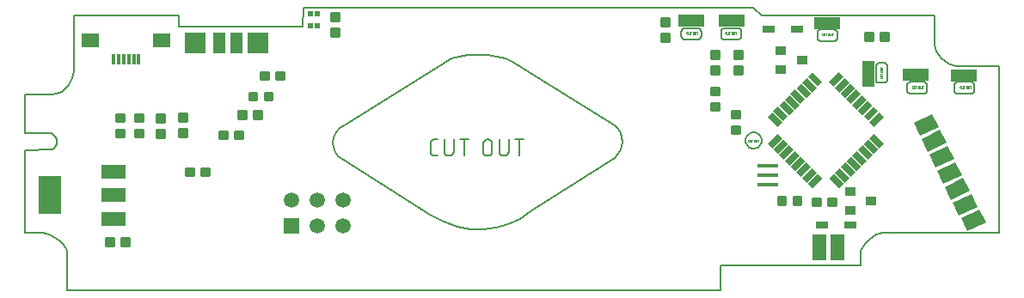
<source format=gts>
G04 EAGLE Gerber RS-274X export*
G75*
%MOMM*%
%FSLAX34Y34*%
%LPD*%
%INSolder Mask top*%
%IPPOS*%
%AMOC8*
5,1,8,0,0,1.08239X$1,22.5*%
G01*
%ADD10C,0.152400*%
%ADD11C,0.127000*%
%ADD12C,0.203200*%
%ADD13C,0.000000*%
%ADD14C,0.326897*%
%ADD15R,2.336800X1.320800*%
%ADD16R,2.301600X3.701600*%
%ADD17R,1.001600X0.901600*%
%ADD18R,2.514600X1.244600*%
%ADD19R,1.473200X2.641600*%
%ADD20R,1.244600X2.514600*%
%ADD21R,1.411600X2.031600*%
%ADD22R,1.151600X2.051600*%
%ADD23R,2.051600X2.051600*%
%ADD24R,1.371600X0.660400*%
%ADD25R,0.660400X1.371600*%
%ADD26R,2.133600X0.401600*%
%ADD27R,1.151600X0.701600*%
%ADD28R,1.498600X1.498600*%
%ADD29C,1.498600*%
%ADD30R,1.751600X1.401600*%
%ADD31R,0.401600X1.101600*%
%ADD32R,0.501600X0.601600*%


D10*
X937546Y229161D02*
X938245Y229175D01*
X979417Y229147D01*
X979417Y64431D01*
X864625Y64431D01*
X862110Y64004D01*
X858911Y62769D01*
X855342Y60789D01*
X851718Y58131D01*
X848352Y54860D01*
X845559Y51042D01*
X843653Y46742D01*
X842947Y42026D01*
X842947Y32137D01*
X705259Y32137D01*
X705259Y8048D01*
X62246Y8048D01*
X62246Y44093D01*
X61661Y47028D01*
X60017Y50299D01*
X57479Y53683D01*
X54211Y56954D01*
X50380Y59889D01*
X46151Y62263D01*
X41688Y63852D01*
X37157Y64431D01*
X20582Y64431D01*
X20582Y146244D01*
X46461Y146444D01*
X48726Y147667D01*
X50340Y149584D01*
X51304Y151962D01*
X51620Y154567D01*
X51292Y157166D01*
X50321Y159525D01*
X48710Y161410D01*
X46461Y162589D01*
X20582Y162627D01*
D11*
X20582Y200900D01*
D10*
X46461Y200900D01*
X51954Y201629D01*
X56614Y203653D01*
X60472Y206724D01*
X63559Y210596D01*
X65906Y215020D01*
X67544Y219752D01*
X68505Y224543D01*
X68818Y229147D01*
X68818Y278772D01*
D12*
X171616Y278772D01*
D10*
X171616Y267473D01*
X294142Y267557D01*
X294805Y286363D01*
X737652Y286663D01*
X745760Y278772D01*
X916056Y278772D01*
X916116Y250125D01*
X916704Y247043D01*
X918137Y243643D01*
X920291Y240151D01*
X923042Y236790D01*
X926267Y233785D01*
X929842Y231363D01*
X933643Y229746D01*
X937546Y229161D01*
X739426Y163325D02*
X737814Y163488D01*
X739426Y163325D02*
X740928Y162859D01*
X742287Y162122D01*
X743471Y161145D01*
X744448Y159961D01*
X745185Y158602D01*
X745651Y157100D01*
X745814Y155488D01*
X745651Y153876D01*
X745185Y152374D01*
X744448Y151015D01*
X743471Y149831D01*
X742287Y148854D01*
X740928Y148117D01*
X739426Y147651D01*
X737814Y147488D01*
X736202Y147651D01*
X734700Y148117D01*
X733341Y148854D01*
X732157Y149831D01*
X731180Y151015D01*
X730443Y152374D01*
X729977Y153876D01*
X729814Y155488D01*
X729977Y157100D01*
X730443Y158602D01*
X731180Y159961D01*
X732157Y161145D01*
X733341Y162122D01*
X734700Y162859D01*
X736202Y163325D01*
X737814Y163488D01*
X858183Y215721D02*
X858183Y228616D01*
X858251Y229284D01*
X858445Y229906D01*
X858752Y230471D01*
X859159Y230963D01*
X859651Y231370D01*
X860216Y231677D01*
X860838Y231871D01*
X861506Y231939D01*
X866291Y231939D01*
X866959Y231871D01*
X867582Y231677D01*
X868146Y231370D01*
X868639Y230963D01*
X869046Y230471D01*
X869353Y229906D01*
X869547Y229284D01*
X869615Y228616D01*
X869615Y215721D01*
X869547Y215054D01*
X869353Y214431D01*
X869046Y213867D01*
X868639Y213375D01*
X868146Y212968D01*
X867582Y212661D01*
X866959Y212467D01*
X866291Y212399D01*
X861506Y212399D01*
X860838Y212467D01*
X860216Y212661D01*
X859651Y212968D01*
X859159Y213375D01*
X858752Y213867D01*
X858445Y214431D01*
X858251Y215054D01*
X858183Y215721D01*
X892465Y213299D02*
X905359Y213299D01*
X906027Y213231D01*
X906649Y213037D01*
X907214Y212729D01*
X907706Y212323D01*
X908113Y211830D01*
X908420Y211266D01*
X908614Y210643D01*
X908682Y209976D01*
X908682Y205190D01*
X908614Y204522D01*
X908420Y203899D01*
X908113Y203335D01*
X907706Y202842D01*
X907214Y202435D01*
X906649Y202128D01*
X906027Y201934D01*
X905359Y201866D01*
X892465Y201866D01*
X891797Y201934D01*
X891175Y202128D01*
X890610Y202435D01*
X890118Y202842D01*
X889711Y203335D01*
X889404Y203899D01*
X889210Y204522D01*
X889142Y205190D01*
X889142Y209976D01*
X889210Y210643D01*
X889404Y211266D01*
X889711Y211830D01*
X890118Y212323D01*
X890610Y212729D01*
X891175Y213037D01*
X891797Y213231D01*
X892465Y213299D01*
X939007Y213299D02*
X951902Y213299D01*
X952569Y213231D01*
X953192Y213037D01*
X953756Y212729D01*
X954248Y212323D01*
X954655Y211830D01*
X954962Y211266D01*
X955156Y210643D01*
X955224Y209976D01*
X955224Y205190D01*
X955156Y204522D01*
X954962Y203899D01*
X954655Y203335D01*
X954248Y202842D01*
X953756Y202435D01*
X953192Y202128D01*
X952569Y201934D01*
X951902Y201866D01*
X939007Y201866D01*
X938339Y201934D01*
X937717Y202128D01*
X937152Y202435D01*
X936660Y202842D01*
X936253Y203335D01*
X935946Y203899D01*
X935752Y204522D01*
X935684Y205190D01*
X935684Y209976D01*
X935752Y210643D01*
X935946Y211266D01*
X936253Y211830D01*
X936660Y212323D01*
X937152Y212729D01*
X937717Y213037D01*
X938339Y213231D01*
X939007Y213299D01*
X817045Y265110D02*
X804150Y265110D01*
X817045Y265110D02*
X817713Y265042D01*
X818335Y264848D01*
X818900Y264541D01*
X819392Y264134D01*
X819799Y263642D01*
X820106Y263077D01*
X820300Y262455D01*
X820368Y261787D01*
X820368Y257001D01*
X820300Y256333D01*
X820106Y255711D01*
X819799Y255146D01*
X819392Y254654D01*
X818900Y254247D01*
X818335Y253940D01*
X817713Y253746D01*
X817045Y253678D01*
X804150Y253678D01*
X803483Y253746D01*
X802860Y253940D01*
X802296Y254247D01*
X801804Y254654D01*
X801397Y255146D01*
X801090Y255711D01*
X800896Y256333D01*
X800828Y257001D01*
X800828Y261787D01*
X800896Y262455D01*
X801090Y263077D01*
X801397Y263642D01*
X801804Y264134D01*
X802296Y264541D01*
X802860Y264848D01*
X803483Y265042D01*
X804150Y265110D01*
X722181Y266419D02*
X709286Y266419D01*
X722181Y266419D02*
X722849Y266351D01*
X723471Y266157D01*
X724036Y265850D01*
X724528Y265443D01*
X724935Y264951D01*
X725242Y264386D01*
X725436Y263764D01*
X725504Y263096D01*
X725504Y258310D01*
X725436Y257642D01*
X725242Y257019D01*
X724935Y256455D01*
X724528Y255962D01*
X724036Y255555D01*
X723471Y255248D01*
X722849Y255054D01*
X722181Y254986D01*
X709286Y254986D01*
X708619Y255054D01*
X707996Y255248D01*
X707432Y255555D01*
X706940Y255962D01*
X706533Y256455D01*
X706226Y257019D01*
X706032Y257642D01*
X705964Y258310D01*
X705964Y263096D01*
X706032Y263764D01*
X706226Y264386D01*
X706533Y264951D01*
X706940Y265443D01*
X707432Y265850D01*
X707996Y266157D01*
X708619Y266351D01*
X709286Y266419D01*
X682994Y266419D02*
X670100Y266419D01*
X682994Y266419D02*
X683662Y266351D01*
X684284Y266157D01*
X684849Y265850D01*
X685341Y265443D01*
X685748Y264951D01*
X686055Y264386D01*
X686249Y263764D01*
X686317Y263096D01*
X686317Y258310D01*
X686249Y257642D01*
X686055Y257019D01*
X685748Y256455D01*
X685341Y255962D01*
X684849Y255555D01*
X684284Y255248D01*
X683662Y255054D01*
X682994Y254986D01*
X670100Y254986D01*
X669432Y255054D01*
X668810Y255248D01*
X668245Y255555D01*
X667753Y255962D01*
X667346Y256455D01*
X667039Y257019D01*
X666845Y257642D01*
X666777Y258310D01*
X666777Y263096D01*
X666845Y263764D01*
X667039Y264386D01*
X667346Y264951D01*
X667753Y265443D01*
X668245Y265850D01*
X668810Y266157D01*
X669432Y266351D01*
X670100Y266419D01*
X435544Y233391D02*
X335808Y171521D01*
X435544Y233391D02*
X440692Y236252D01*
X447999Y238356D01*
X456803Y239672D01*
X466443Y240170D01*
X476258Y239821D01*
X485585Y238595D01*
X493764Y236462D01*
X500134Y233391D01*
X601057Y170338D01*
X604673Y167047D01*
X607025Y163106D01*
X608233Y158739D01*
X608412Y154167D01*
X607682Y149615D01*
X606161Y145305D01*
X603965Y141461D01*
X601213Y138305D01*
X518393Y85697D01*
X507700Y78565D01*
X496313Y73177D01*
X484336Y69624D01*
X471875Y67994D01*
X459033Y68377D01*
X445916Y70863D01*
X432628Y75541D01*
X419273Y82501D01*
X332812Y137350D01*
X328912Y140354D01*
X326047Y144216D01*
X324309Y148687D01*
X323793Y153521D01*
X324592Y158468D01*
X326798Y163283D01*
X330506Y167716D01*
X335808Y171521D01*
X736253Y163334D02*
X737814Y163488D01*
X736253Y163334D02*
X734753Y162879D01*
X733369Y162140D01*
X732157Y161145D01*
X731162Y159933D01*
X730423Y158550D01*
X729968Y157049D01*
X729814Y155488D01*
X729968Y153927D01*
X730423Y152427D01*
X731162Y151043D01*
X732157Y149831D01*
X733369Y148836D01*
X734753Y148097D01*
X736253Y147642D01*
X737814Y147488D01*
X739375Y147642D01*
X740876Y148097D01*
X742259Y148836D01*
X743471Y149831D01*
X744466Y151043D01*
X745205Y152427D01*
X745660Y153927D01*
X745814Y155488D01*
X745660Y157049D01*
X745205Y158550D01*
X744466Y159933D01*
X743471Y161145D01*
X742259Y162140D01*
X740876Y162879D01*
X739375Y163334D01*
X737814Y163488D01*
X427087Y140462D02*
X423474Y140462D01*
X423356Y140464D01*
X423238Y140470D01*
X423120Y140479D01*
X423003Y140493D01*
X422886Y140510D01*
X422769Y140531D01*
X422654Y140556D01*
X422539Y140585D01*
X422425Y140618D01*
X422313Y140654D01*
X422202Y140694D01*
X422092Y140737D01*
X421983Y140784D01*
X421876Y140834D01*
X421771Y140889D01*
X421668Y140946D01*
X421567Y141007D01*
X421467Y141071D01*
X421370Y141138D01*
X421275Y141208D01*
X421183Y141282D01*
X421092Y141358D01*
X421005Y141438D01*
X420920Y141520D01*
X420838Y141605D01*
X420758Y141692D01*
X420682Y141783D01*
X420608Y141875D01*
X420538Y141970D01*
X420471Y142067D01*
X420407Y142167D01*
X420346Y142268D01*
X420289Y142371D01*
X420234Y142476D01*
X420184Y142583D01*
X420137Y142692D01*
X420094Y142802D01*
X420054Y142913D01*
X420018Y143025D01*
X419985Y143139D01*
X419956Y143254D01*
X419931Y143369D01*
X419910Y143486D01*
X419893Y143603D01*
X419879Y143720D01*
X419870Y143838D01*
X419864Y143956D01*
X419862Y144074D01*
X419862Y153106D01*
X419864Y153224D01*
X419870Y153342D01*
X419879Y153460D01*
X419893Y153577D01*
X419910Y153694D01*
X419931Y153811D01*
X419956Y153926D01*
X419985Y154041D01*
X420018Y154155D01*
X420054Y154267D01*
X420094Y154378D01*
X420137Y154488D01*
X420184Y154597D01*
X420234Y154704D01*
X420288Y154809D01*
X420346Y154912D01*
X420407Y155013D01*
X420471Y155113D01*
X420538Y155210D01*
X420608Y155305D01*
X420682Y155397D01*
X420758Y155488D01*
X420838Y155575D01*
X420920Y155660D01*
X421005Y155742D01*
X421092Y155822D01*
X421183Y155898D01*
X421275Y155972D01*
X421370Y156042D01*
X421467Y156109D01*
X421567Y156173D01*
X421668Y156234D01*
X421771Y156291D01*
X421876Y156345D01*
X421983Y156396D01*
X422092Y156443D01*
X422202Y156486D01*
X422313Y156526D01*
X422425Y156562D01*
X422539Y156595D01*
X422654Y156624D01*
X422769Y156649D01*
X422886Y156670D01*
X423003Y156687D01*
X423120Y156701D01*
X423238Y156710D01*
X423356Y156716D01*
X423474Y156718D01*
X427087Y156718D01*
X433449Y156718D02*
X433449Y144978D01*
X433448Y144978D02*
X433450Y144845D01*
X433456Y144713D01*
X433466Y144581D01*
X433479Y144449D01*
X433497Y144317D01*
X433518Y144187D01*
X433543Y144056D01*
X433572Y143927D01*
X433605Y143799D01*
X433641Y143671D01*
X433681Y143545D01*
X433725Y143420D01*
X433773Y143296D01*
X433824Y143174D01*
X433879Y143053D01*
X433937Y142934D01*
X433999Y142816D01*
X434064Y142701D01*
X434133Y142587D01*
X434204Y142476D01*
X434280Y142367D01*
X434358Y142260D01*
X434439Y142155D01*
X434524Y142053D01*
X434611Y141953D01*
X434701Y141856D01*
X434794Y141761D01*
X434890Y141670D01*
X434988Y141581D01*
X435089Y141495D01*
X435193Y141412D01*
X435299Y141332D01*
X435407Y141256D01*
X435517Y141182D01*
X435630Y141112D01*
X435744Y141045D01*
X435861Y140982D01*
X435979Y140922D01*
X436099Y140865D01*
X436221Y140812D01*
X436344Y140763D01*
X436468Y140717D01*
X436594Y140675D01*
X436721Y140637D01*
X436849Y140602D01*
X436978Y140571D01*
X437107Y140544D01*
X437238Y140521D01*
X437369Y140501D01*
X437501Y140486D01*
X437633Y140474D01*
X437765Y140466D01*
X437898Y140462D01*
X438030Y140462D01*
X438163Y140466D01*
X438295Y140474D01*
X438427Y140486D01*
X438559Y140501D01*
X438690Y140521D01*
X438821Y140544D01*
X438950Y140571D01*
X439079Y140602D01*
X439207Y140637D01*
X439334Y140675D01*
X439460Y140717D01*
X439584Y140763D01*
X439707Y140812D01*
X439829Y140865D01*
X439949Y140922D01*
X440067Y140982D01*
X440184Y141045D01*
X440298Y141112D01*
X440411Y141182D01*
X440521Y141256D01*
X440629Y141332D01*
X440735Y141412D01*
X440839Y141495D01*
X440940Y141581D01*
X441038Y141670D01*
X441134Y141761D01*
X441227Y141856D01*
X441317Y141953D01*
X441404Y142053D01*
X441489Y142155D01*
X441570Y142260D01*
X441648Y142367D01*
X441724Y142476D01*
X441795Y142587D01*
X441864Y142701D01*
X441929Y142816D01*
X441991Y142934D01*
X442049Y143053D01*
X442104Y143174D01*
X442155Y143296D01*
X442203Y143420D01*
X442247Y143545D01*
X442287Y143671D01*
X442323Y143799D01*
X442356Y143927D01*
X442385Y144056D01*
X442410Y144187D01*
X442431Y144317D01*
X442449Y144449D01*
X442462Y144581D01*
X442472Y144713D01*
X442478Y144845D01*
X442480Y144978D01*
X442480Y156718D01*
X453074Y156718D02*
X453074Y140462D01*
X448559Y156718D02*
X457590Y156718D01*
X471485Y152202D02*
X471485Y144978D01*
X471484Y152202D02*
X471486Y152335D01*
X471492Y152467D01*
X471502Y152599D01*
X471515Y152731D01*
X471533Y152863D01*
X471554Y152993D01*
X471579Y153124D01*
X471608Y153253D01*
X471641Y153381D01*
X471677Y153509D01*
X471717Y153635D01*
X471761Y153760D01*
X471809Y153884D01*
X471860Y154006D01*
X471915Y154127D01*
X471973Y154246D01*
X472035Y154364D01*
X472100Y154479D01*
X472169Y154593D01*
X472240Y154704D01*
X472316Y154813D01*
X472394Y154920D01*
X472475Y155025D01*
X472560Y155127D01*
X472647Y155227D01*
X472737Y155324D01*
X472830Y155419D01*
X472926Y155510D01*
X473024Y155599D01*
X473125Y155685D01*
X473229Y155768D01*
X473335Y155848D01*
X473443Y155924D01*
X473553Y155998D01*
X473666Y156068D01*
X473780Y156135D01*
X473897Y156198D01*
X474015Y156258D01*
X474135Y156315D01*
X474257Y156368D01*
X474380Y156417D01*
X474504Y156463D01*
X474630Y156505D01*
X474757Y156543D01*
X474885Y156578D01*
X475014Y156609D01*
X475143Y156636D01*
X475274Y156659D01*
X475405Y156679D01*
X475537Y156694D01*
X475669Y156706D01*
X475801Y156714D01*
X475934Y156718D01*
X476066Y156718D01*
X476199Y156714D01*
X476331Y156706D01*
X476463Y156694D01*
X476595Y156679D01*
X476726Y156659D01*
X476857Y156636D01*
X476986Y156609D01*
X477115Y156578D01*
X477243Y156543D01*
X477370Y156505D01*
X477496Y156463D01*
X477620Y156417D01*
X477743Y156368D01*
X477865Y156315D01*
X477985Y156258D01*
X478103Y156198D01*
X478220Y156135D01*
X478334Y156068D01*
X478447Y155998D01*
X478557Y155924D01*
X478665Y155848D01*
X478771Y155768D01*
X478875Y155685D01*
X478976Y155599D01*
X479074Y155510D01*
X479170Y155419D01*
X479263Y155324D01*
X479353Y155227D01*
X479440Y155127D01*
X479525Y155025D01*
X479606Y154920D01*
X479684Y154813D01*
X479760Y154704D01*
X479831Y154593D01*
X479900Y154479D01*
X479965Y154364D01*
X480027Y154246D01*
X480085Y154127D01*
X480140Y154006D01*
X480191Y153884D01*
X480239Y153760D01*
X480283Y153635D01*
X480323Y153509D01*
X480359Y153381D01*
X480392Y153253D01*
X480421Y153124D01*
X480446Y152993D01*
X480467Y152863D01*
X480485Y152731D01*
X480498Y152599D01*
X480508Y152467D01*
X480514Y152335D01*
X480516Y152202D01*
X480516Y144978D01*
X480514Y144845D01*
X480508Y144713D01*
X480498Y144581D01*
X480485Y144449D01*
X480467Y144317D01*
X480446Y144187D01*
X480421Y144056D01*
X480392Y143927D01*
X480359Y143799D01*
X480323Y143671D01*
X480283Y143545D01*
X480239Y143420D01*
X480191Y143296D01*
X480140Y143174D01*
X480085Y143053D01*
X480027Y142934D01*
X479965Y142816D01*
X479900Y142701D01*
X479831Y142587D01*
X479760Y142476D01*
X479684Y142367D01*
X479606Y142260D01*
X479525Y142155D01*
X479440Y142053D01*
X479353Y141953D01*
X479263Y141856D01*
X479170Y141761D01*
X479074Y141670D01*
X478976Y141581D01*
X478875Y141495D01*
X478771Y141412D01*
X478665Y141332D01*
X478557Y141256D01*
X478447Y141182D01*
X478334Y141112D01*
X478220Y141045D01*
X478103Y140982D01*
X477985Y140922D01*
X477865Y140865D01*
X477743Y140812D01*
X477620Y140763D01*
X477496Y140717D01*
X477370Y140675D01*
X477243Y140637D01*
X477115Y140602D01*
X476986Y140571D01*
X476857Y140544D01*
X476726Y140521D01*
X476595Y140501D01*
X476463Y140486D01*
X476331Y140474D01*
X476199Y140466D01*
X476066Y140462D01*
X475934Y140462D01*
X475801Y140466D01*
X475669Y140474D01*
X475537Y140486D01*
X475405Y140501D01*
X475274Y140521D01*
X475143Y140544D01*
X475014Y140571D01*
X474885Y140602D01*
X474757Y140637D01*
X474630Y140675D01*
X474504Y140717D01*
X474380Y140763D01*
X474257Y140812D01*
X474135Y140865D01*
X474015Y140922D01*
X473897Y140982D01*
X473780Y141045D01*
X473666Y141112D01*
X473553Y141182D01*
X473443Y141256D01*
X473335Y141332D01*
X473229Y141412D01*
X473125Y141495D01*
X473024Y141581D01*
X472926Y141670D01*
X472830Y141761D01*
X472737Y141856D01*
X472647Y141953D01*
X472560Y142053D01*
X472475Y142155D01*
X472394Y142260D01*
X472316Y142367D01*
X472240Y142476D01*
X472169Y142587D01*
X472100Y142701D01*
X472035Y142816D01*
X471973Y142934D01*
X471915Y143053D01*
X471860Y143174D01*
X471809Y143296D01*
X471761Y143420D01*
X471717Y143545D01*
X471677Y143671D01*
X471641Y143799D01*
X471608Y143927D01*
X471579Y144056D01*
X471554Y144187D01*
X471533Y144317D01*
X471515Y144449D01*
X471502Y144581D01*
X471492Y144713D01*
X471486Y144845D01*
X471484Y144978D01*
X487637Y144978D02*
X487637Y156718D01*
X487636Y144978D02*
X487638Y144845D01*
X487644Y144713D01*
X487654Y144581D01*
X487667Y144449D01*
X487685Y144317D01*
X487706Y144187D01*
X487731Y144056D01*
X487760Y143927D01*
X487793Y143799D01*
X487829Y143671D01*
X487869Y143545D01*
X487913Y143420D01*
X487961Y143296D01*
X488012Y143174D01*
X488067Y143053D01*
X488125Y142934D01*
X488187Y142816D01*
X488252Y142701D01*
X488321Y142587D01*
X488392Y142476D01*
X488468Y142367D01*
X488546Y142260D01*
X488627Y142155D01*
X488712Y142053D01*
X488799Y141953D01*
X488889Y141856D01*
X488982Y141761D01*
X489078Y141670D01*
X489176Y141581D01*
X489277Y141495D01*
X489381Y141412D01*
X489487Y141332D01*
X489595Y141256D01*
X489705Y141182D01*
X489818Y141112D01*
X489932Y141045D01*
X490049Y140982D01*
X490167Y140922D01*
X490287Y140865D01*
X490409Y140812D01*
X490532Y140763D01*
X490656Y140717D01*
X490782Y140675D01*
X490909Y140637D01*
X491037Y140602D01*
X491166Y140571D01*
X491295Y140544D01*
X491426Y140521D01*
X491557Y140501D01*
X491689Y140486D01*
X491821Y140474D01*
X491953Y140466D01*
X492086Y140462D01*
X492218Y140462D01*
X492351Y140466D01*
X492483Y140474D01*
X492615Y140486D01*
X492747Y140501D01*
X492878Y140521D01*
X493009Y140544D01*
X493138Y140571D01*
X493267Y140602D01*
X493395Y140637D01*
X493522Y140675D01*
X493648Y140717D01*
X493772Y140763D01*
X493895Y140812D01*
X494017Y140865D01*
X494137Y140922D01*
X494255Y140982D01*
X494372Y141045D01*
X494486Y141112D01*
X494599Y141182D01*
X494709Y141256D01*
X494817Y141332D01*
X494923Y141412D01*
X495027Y141495D01*
X495128Y141581D01*
X495226Y141670D01*
X495322Y141761D01*
X495415Y141856D01*
X495505Y141953D01*
X495592Y142053D01*
X495677Y142155D01*
X495758Y142260D01*
X495836Y142367D01*
X495912Y142476D01*
X495983Y142587D01*
X496052Y142701D01*
X496117Y142816D01*
X496179Y142934D01*
X496237Y143053D01*
X496292Y143174D01*
X496343Y143296D01*
X496391Y143420D01*
X496435Y143545D01*
X496475Y143671D01*
X496511Y143799D01*
X496544Y143927D01*
X496573Y144056D01*
X496598Y144187D01*
X496619Y144317D01*
X496637Y144449D01*
X496650Y144581D01*
X496660Y144713D01*
X496666Y144845D01*
X496668Y144978D01*
X496668Y156718D01*
X507263Y156718D02*
X507263Y140462D01*
X502747Y156718D02*
X511778Y156718D01*
D13*
X894532Y207010D02*
X894983Y207010D01*
X894532Y207010D02*
X894490Y207012D01*
X894449Y207018D01*
X894408Y207027D01*
X894369Y207041D01*
X894331Y207057D01*
X894294Y207078D01*
X894260Y207101D01*
X894227Y207128D01*
X894198Y207157D01*
X894171Y207190D01*
X894148Y207224D01*
X894127Y207261D01*
X894111Y207299D01*
X894097Y207338D01*
X894088Y207379D01*
X894082Y207420D01*
X894080Y207462D01*
X894080Y208590D01*
X894082Y208632D01*
X894088Y208673D01*
X894097Y208714D01*
X894111Y208753D01*
X894127Y208791D01*
X894148Y208828D01*
X894171Y208862D01*
X894198Y208894D01*
X894227Y208924D01*
X894260Y208951D01*
X894294Y208974D01*
X894331Y208995D01*
X894369Y209011D01*
X894408Y209025D01*
X894449Y209034D01*
X894490Y209040D01*
X894532Y209042D01*
X894983Y209042D01*
X895668Y209042D02*
X895668Y207574D01*
X895670Y207527D01*
X895676Y207481D01*
X895685Y207436D01*
X895699Y207391D01*
X895716Y207347D01*
X895736Y207306D01*
X895760Y207266D01*
X895787Y207228D01*
X895817Y207192D01*
X895850Y207159D01*
X895886Y207129D01*
X895924Y207102D01*
X895964Y207078D01*
X896005Y207058D01*
X896049Y207041D01*
X896094Y207027D01*
X896139Y207018D01*
X896185Y207012D01*
X896232Y207010D01*
X896279Y207012D01*
X896325Y207018D01*
X896370Y207027D01*
X896415Y207041D01*
X896459Y207058D01*
X896500Y207078D01*
X896540Y207102D01*
X896578Y207129D01*
X896614Y207159D01*
X896647Y207192D01*
X896677Y207228D01*
X896704Y207266D01*
X896728Y207306D01*
X896748Y207347D01*
X896765Y207391D01*
X896779Y207436D01*
X896788Y207481D01*
X896794Y207527D01*
X896796Y207574D01*
X896796Y209042D01*
X898000Y209042D02*
X898000Y207010D01*
X898564Y209042D02*
X897435Y209042D01*
X900118Y208478D02*
X900118Y207574D01*
X900118Y208478D02*
X900120Y208525D01*
X900126Y208571D01*
X900135Y208616D01*
X900149Y208661D01*
X900166Y208705D01*
X900186Y208746D01*
X900210Y208786D01*
X900237Y208824D01*
X900267Y208860D01*
X900300Y208893D01*
X900336Y208923D01*
X900374Y208950D01*
X900414Y208974D01*
X900455Y208994D01*
X900499Y209011D01*
X900544Y209025D01*
X900589Y209034D01*
X900635Y209040D01*
X900682Y209042D01*
X900729Y209040D01*
X900775Y209034D01*
X900820Y209025D01*
X900865Y209011D01*
X900909Y208994D01*
X900950Y208974D01*
X900990Y208950D01*
X901028Y208923D01*
X901064Y208893D01*
X901097Y208860D01*
X901127Y208824D01*
X901154Y208786D01*
X901178Y208746D01*
X901198Y208705D01*
X901215Y208661D01*
X901229Y208616D01*
X901238Y208571D01*
X901244Y208525D01*
X901246Y208478D01*
X901246Y207574D01*
X901244Y207527D01*
X901238Y207481D01*
X901229Y207436D01*
X901215Y207391D01*
X901198Y207347D01*
X901178Y207306D01*
X901154Y207266D01*
X901127Y207228D01*
X901097Y207192D01*
X901064Y207159D01*
X901028Y207129D01*
X900990Y207102D01*
X900950Y207078D01*
X900909Y207058D01*
X900865Y207041D01*
X900820Y207027D01*
X900775Y207018D01*
X900729Y207012D01*
X900682Y207010D01*
X900635Y207012D01*
X900589Y207018D01*
X900544Y207027D01*
X900499Y207041D01*
X900455Y207058D01*
X900414Y207078D01*
X900374Y207102D01*
X900336Y207129D01*
X900300Y207159D01*
X900267Y207192D01*
X900237Y207228D01*
X900210Y207266D01*
X900186Y207306D01*
X900166Y207347D01*
X900149Y207391D01*
X900135Y207436D01*
X900126Y207481D01*
X900120Y207527D01*
X900118Y207574D01*
X902007Y207574D02*
X902007Y209042D01*
X902008Y207574D02*
X902010Y207527D01*
X902016Y207481D01*
X902025Y207436D01*
X902039Y207391D01*
X902056Y207347D01*
X902076Y207306D01*
X902100Y207266D01*
X902127Y207228D01*
X902157Y207192D01*
X902190Y207159D01*
X902226Y207129D01*
X902264Y207102D01*
X902304Y207078D01*
X902345Y207058D01*
X902389Y207041D01*
X902434Y207027D01*
X902479Y207018D01*
X902525Y207012D01*
X902572Y207010D01*
X902619Y207012D01*
X902665Y207018D01*
X902710Y207027D01*
X902755Y207041D01*
X902799Y207058D01*
X902840Y207078D01*
X902880Y207102D01*
X902918Y207129D01*
X902954Y207159D01*
X902987Y207192D01*
X903017Y207228D01*
X903044Y207266D01*
X903068Y207306D01*
X903088Y207347D01*
X903105Y207391D01*
X903119Y207436D01*
X903128Y207481D01*
X903134Y207527D01*
X903136Y207574D01*
X903136Y209042D01*
X904340Y209042D02*
X904340Y207010D01*
X904904Y209042D02*
X903775Y209042D01*
X941522Y207010D02*
X941973Y207010D01*
X941522Y207010D02*
X941480Y207012D01*
X941439Y207018D01*
X941398Y207027D01*
X941359Y207041D01*
X941321Y207057D01*
X941284Y207078D01*
X941250Y207101D01*
X941217Y207128D01*
X941188Y207157D01*
X941161Y207190D01*
X941138Y207224D01*
X941117Y207261D01*
X941101Y207299D01*
X941087Y207338D01*
X941078Y207379D01*
X941072Y207420D01*
X941070Y207462D01*
X941070Y208590D01*
X941072Y208632D01*
X941078Y208673D01*
X941087Y208714D01*
X941101Y208753D01*
X941117Y208791D01*
X941138Y208828D01*
X941161Y208862D01*
X941188Y208894D01*
X941217Y208924D01*
X941250Y208951D01*
X941284Y208974D01*
X941321Y208995D01*
X941359Y209011D01*
X941398Y209025D01*
X941439Y209034D01*
X941480Y209040D01*
X941522Y209042D01*
X941973Y209042D01*
X942658Y209042D02*
X942658Y207574D01*
X942660Y207527D01*
X942666Y207481D01*
X942675Y207436D01*
X942689Y207391D01*
X942706Y207347D01*
X942726Y207306D01*
X942750Y207266D01*
X942777Y207228D01*
X942807Y207192D01*
X942840Y207159D01*
X942876Y207129D01*
X942914Y207102D01*
X942954Y207078D01*
X942995Y207058D01*
X943039Y207041D01*
X943084Y207027D01*
X943129Y207018D01*
X943175Y207012D01*
X943222Y207010D01*
X943269Y207012D01*
X943315Y207018D01*
X943360Y207027D01*
X943405Y207041D01*
X943449Y207058D01*
X943490Y207078D01*
X943530Y207102D01*
X943568Y207129D01*
X943604Y207159D01*
X943637Y207192D01*
X943667Y207228D01*
X943694Y207266D01*
X943718Y207306D01*
X943738Y207347D01*
X943755Y207391D01*
X943769Y207436D01*
X943778Y207481D01*
X943784Y207527D01*
X943786Y207574D01*
X943786Y209042D01*
X944990Y209042D02*
X944990Y207010D01*
X945554Y209042D02*
X944425Y209042D01*
X947108Y208478D02*
X947108Y207574D01*
X947108Y208478D02*
X947110Y208525D01*
X947116Y208571D01*
X947125Y208616D01*
X947139Y208661D01*
X947156Y208705D01*
X947176Y208746D01*
X947200Y208786D01*
X947227Y208824D01*
X947257Y208860D01*
X947290Y208893D01*
X947326Y208923D01*
X947364Y208950D01*
X947404Y208974D01*
X947445Y208994D01*
X947489Y209011D01*
X947534Y209025D01*
X947579Y209034D01*
X947625Y209040D01*
X947672Y209042D01*
X947719Y209040D01*
X947765Y209034D01*
X947810Y209025D01*
X947855Y209011D01*
X947899Y208994D01*
X947940Y208974D01*
X947980Y208950D01*
X948018Y208923D01*
X948054Y208893D01*
X948087Y208860D01*
X948117Y208824D01*
X948144Y208786D01*
X948168Y208746D01*
X948188Y208705D01*
X948205Y208661D01*
X948219Y208616D01*
X948228Y208571D01*
X948234Y208525D01*
X948236Y208478D01*
X948236Y207574D01*
X948234Y207527D01*
X948228Y207481D01*
X948219Y207436D01*
X948205Y207391D01*
X948188Y207347D01*
X948168Y207306D01*
X948144Y207266D01*
X948117Y207228D01*
X948087Y207192D01*
X948054Y207159D01*
X948018Y207129D01*
X947980Y207102D01*
X947940Y207078D01*
X947899Y207058D01*
X947855Y207041D01*
X947810Y207027D01*
X947765Y207018D01*
X947719Y207012D01*
X947672Y207010D01*
X947625Y207012D01*
X947579Y207018D01*
X947534Y207027D01*
X947489Y207041D01*
X947445Y207058D01*
X947404Y207078D01*
X947364Y207102D01*
X947326Y207129D01*
X947290Y207159D01*
X947257Y207192D01*
X947227Y207228D01*
X947200Y207266D01*
X947176Y207306D01*
X947156Y207347D01*
X947139Y207391D01*
X947125Y207436D01*
X947116Y207481D01*
X947110Y207527D01*
X947108Y207574D01*
X948997Y207574D02*
X948997Y209042D01*
X948998Y207574D02*
X949000Y207527D01*
X949006Y207481D01*
X949015Y207436D01*
X949029Y207391D01*
X949046Y207347D01*
X949066Y207306D01*
X949090Y207266D01*
X949117Y207228D01*
X949147Y207192D01*
X949180Y207159D01*
X949216Y207129D01*
X949254Y207102D01*
X949294Y207078D01*
X949335Y207058D01*
X949379Y207041D01*
X949424Y207027D01*
X949469Y207018D01*
X949515Y207012D01*
X949562Y207010D01*
X949609Y207012D01*
X949655Y207018D01*
X949700Y207027D01*
X949745Y207041D01*
X949789Y207058D01*
X949830Y207078D01*
X949870Y207102D01*
X949908Y207129D01*
X949944Y207159D01*
X949977Y207192D01*
X950007Y207228D01*
X950034Y207266D01*
X950058Y207306D01*
X950078Y207347D01*
X950095Y207391D01*
X950109Y207436D01*
X950118Y207481D01*
X950124Y207527D01*
X950126Y207574D01*
X950126Y209042D01*
X951330Y209042D02*
X951330Y207010D01*
X951894Y209042D02*
X950765Y209042D01*
X806083Y259080D02*
X805632Y259080D01*
X805590Y259082D01*
X805549Y259088D01*
X805508Y259097D01*
X805469Y259111D01*
X805431Y259127D01*
X805394Y259148D01*
X805360Y259171D01*
X805327Y259198D01*
X805298Y259227D01*
X805271Y259260D01*
X805248Y259294D01*
X805227Y259331D01*
X805211Y259369D01*
X805197Y259408D01*
X805188Y259449D01*
X805182Y259490D01*
X805180Y259532D01*
X805180Y260660D01*
X805182Y260702D01*
X805188Y260743D01*
X805197Y260784D01*
X805211Y260823D01*
X805227Y260861D01*
X805248Y260898D01*
X805271Y260932D01*
X805298Y260964D01*
X805327Y260994D01*
X805360Y261021D01*
X805394Y261044D01*
X805431Y261065D01*
X805469Y261081D01*
X805508Y261095D01*
X805549Y261104D01*
X805590Y261110D01*
X805632Y261112D01*
X806083Y261112D01*
X806768Y261112D02*
X806768Y259644D01*
X806770Y259597D01*
X806776Y259551D01*
X806785Y259506D01*
X806799Y259461D01*
X806816Y259417D01*
X806836Y259376D01*
X806860Y259336D01*
X806887Y259298D01*
X806917Y259262D01*
X806950Y259229D01*
X806986Y259199D01*
X807024Y259172D01*
X807064Y259148D01*
X807105Y259128D01*
X807149Y259111D01*
X807194Y259097D01*
X807239Y259088D01*
X807285Y259082D01*
X807332Y259080D01*
X807379Y259082D01*
X807425Y259088D01*
X807470Y259097D01*
X807515Y259111D01*
X807559Y259128D01*
X807600Y259148D01*
X807640Y259172D01*
X807678Y259199D01*
X807714Y259229D01*
X807747Y259262D01*
X807777Y259298D01*
X807804Y259336D01*
X807828Y259376D01*
X807848Y259417D01*
X807865Y259461D01*
X807879Y259506D01*
X807888Y259551D01*
X807894Y259597D01*
X807896Y259644D01*
X807896Y261112D01*
X809100Y261112D02*
X809100Y259080D01*
X809664Y261112D02*
X808535Y261112D01*
X811218Y260548D02*
X811218Y259644D01*
X811218Y260548D02*
X811220Y260595D01*
X811226Y260641D01*
X811235Y260686D01*
X811249Y260731D01*
X811266Y260775D01*
X811286Y260816D01*
X811310Y260856D01*
X811337Y260894D01*
X811367Y260930D01*
X811400Y260963D01*
X811436Y260993D01*
X811474Y261020D01*
X811514Y261044D01*
X811555Y261064D01*
X811599Y261081D01*
X811644Y261095D01*
X811689Y261104D01*
X811735Y261110D01*
X811782Y261112D01*
X811829Y261110D01*
X811875Y261104D01*
X811920Y261095D01*
X811965Y261081D01*
X812009Y261064D01*
X812050Y261044D01*
X812090Y261020D01*
X812128Y260993D01*
X812164Y260963D01*
X812197Y260930D01*
X812227Y260894D01*
X812254Y260856D01*
X812278Y260816D01*
X812298Y260775D01*
X812315Y260731D01*
X812329Y260686D01*
X812338Y260641D01*
X812344Y260595D01*
X812346Y260548D01*
X812346Y259644D01*
X812344Y259597D01*
X812338Y259551D01*
X812329Y259506D01*
X812315Y259461D01*
X812298Y259417D01*
X812278Y259376D01*
X812254Y259336D01*
X812227Y259298D01*
X812197Y259262D01*
X812164Y259229D01*
X812128Y259199D01*
X812090Y259172D01*
X812050Y259148D01*
X812009Y259128D01*
X811965Y259111D01*
X811920Y259097D01*
X811875Y259088D01*
X811829Y259082D01*
X811782Y259080D01*
X811735Y259082D01*
X811689Y259088D01*
X811644Y259097D01*
X811599Y259111D01*
X811555Y259128D01*
X811514Y259148D01*
X811474Y259172D01*
X811436Y259199D01*
X811400Y259229D01*
X811367Y259262D01*
X811337Y259298D01*
X811310Y259336D01*
X811286Y259376D01*
X811266Y259417D01*
X811249Y259461D01*
X811235Y259506D01*
X811226Y259551D01*
X811220Y259597D01*
X811218Y259644D01*
X813107Y259644D02*
X813107Y261112D01*
X813108Y259644D02*
X813110Y259597D01*
X813116Y259551D01*
X813125Y259506D01*
X813139Y259461D01*
X813156Y259417D01*
X813176Y259376D01*
X813200Y259336D01*
X813227Y259298D01*
X813257Y259262D01*
X813290Y259229D01*
X813326Y259199D01*
X813364Y259172D01*
X813404Y259148D01*
X813445Y259128D01*
X813489Y259111D01*
X813534Y259097D01*
X813579Y259088D01*
X813625Y259082D01*
X813672Y259080D01*
X813719Y259082D01*
X813765Y259088D01*
X813810Y259097D01*
X813855Y259111D01*
X813899Y259128D01*
X813940Y259148D01*
X813980Y259172D01*
X814018Y259199D01*
X814054Y259229D01*
X814087Y259262D01*
X814117Y259298D01*
X814144Y259336D01*
X814168Y259376D01*
X814188Y259417D01*
X814205Y259461D01*
X814219Y259506D01*
X814228Y259551D01*
X814234Y259597D01*
X814236Y259644D01*
X814236Y261112D01*
X815440Y261112D02*
X815440Y259080D01*
X816004Y261112D02*
X814875Y261112D01*
X710833Y260350D02*
X710382Y260350D01*
X710340Y260352D01*
X710299Y260358D01*
X710258Y260367D01*
X710219Y260381D01*
X710181Y260397D01*
X710144Y260418D01*
X710110Y260441D01*
X710077Y260468D01*
X710048Y260497D01*
X710021Y260530D01*
X709998Y260564D01*
X709977Y260601D01*
X709961Y260639D01*
X709947Y260678D01*
X709938Y260719D01*
X709932Y260760D01*
X709930Y260802D01*
X709930Y261930D01*
X709932Y261972D01*
X709938Y262013D01*
X709947Y262054D01*
X709961Y262093D01*
X709977Y262131D01*
X709998Y262168D01*
X710021Y262202D01*
X710048Y262234D01*
X710077Y262264D01*
X710110Y262291D01*
X710144Y262314D01*
X710181Y262335D01*
X710219Y262351D01*
X710258Y262365D01*
X710299Y262374D01*
X710340Y262380D01*
X710382Y262382D01*
X710833Y262382D01*
X711518Y262382D02*
X711518Y260914D01*
X711520Y260867D01*
X711526Y260821D01*
X711535Y260776D01*
X711549Y260731D01*
X711566Y260687D01*
X711586Y260646D01*
X711610Y260606D01*
X711637Y260568D01*
X711667Y260532D01*
X711700Y260499D01*
X711736Y260469D01*
X711774Y260442D01*
X711814Y260418D01*
X711855Y260398D01*
X711899Y260381D01*
X711944Y260367D01*
X711989Y260358D01*
X712035Y260352D01*
X712082Y260350D01*
X712129Y260352D01*
X712175Y260358D01*
X712220Y260367D01*
X712265Y260381D01*
X712309Y260398D01*
X712350Y260418D01*
X712390Y260442D01*
X712428Y260469D01*
X712464Y260499D01*
X712497Y260532D01*
X712527Y260568D01*
X712554Y260606D01*
X712578Y260646D01*
X712598Y260687D01*
X712615Y260731D01*
X712629Y260776D01*
X712638Y260821D01*
X712644Y260867D01*
X712646Y260914D01*
X712646Y262382D01*
X713850Y262382D02*
X713850Y260350D01*
X714414Y262382D02*
X713285Y262382D01*
X715968Y261818D02*
X715968Y260914D01*
X715968Y261818D02*
X715970Y261865D01*
X715976Y261911D01*
X715985Y261956D01*
X715999Y262001D01*
X716016Y262045D01*
X716036Y262086D01*
X716060Y262126D01*
X716087Y262164D01*
X716117Y262200D01*
X716150Y262233D01*
X716186Y262263D01*
X716224Y262290D01*
X716264Y262314D01*
X716305Y262334D01*
X716349Y262351D01*
X716394Y262365D01*
X716439Y262374D01*
X716485Y262380D01*
X716532Y262382D01*
X716579Y262380D01*
X716625Y262374D01*
X716670Y262365D01*
X716715Y262351D01*
X716759Y262334D01*
X716800Y262314D01*
X716840Y262290D01*
X716878Y262263D01*
X716914Y262233D01*
X716947Y262200D01*
X716977Y262164D01*
X717004Y262126D01*
X717028Y262086D01*
X717048Y262045D01*
X717065Y262001D01*
X717079Y261956D01*
X717088Y261911D01*
X717094Y261865D01*
X717096Y261818D01*
X717096Y260914D01*
X717094Y260867D01*
X717088Y260821D01*
X717079Y260776D01*
X717065Y260731D01*
X717048Y260687D01*
X717028Y260646D01*
X717004Y260606D01*
X716977Y260568D01*
X716947Y260532D01*
X716914Y260499D01*
X716878Y260469D01*
X716840Y260442D01*
X716800Y260418D01*
X716759Y260398D01*
X716715Y260381D01*
X716670Y260367D01*
X716625Y260358D01*
X716579Y260352D01*
X716532Y260350D01*
X716485Y260352D01*
X716439Y260358D01*
X716394Y260367D01*
X716349Y260381D01*
X716305Y260398D01*
X716264Y260418D01*
X716224Y260442D01*
X716186Y260469D01*
X716150Y260499D01*
X716117Y260532D01*
X716087Y260568D01*
X716060Y260606D01*
X716036Y260646D01*
X716016Y260687D01*
X715999Y260731D01*
X715985Y260776D01*
X715976Y260821D01*
X715970Y260867D01*
X715968Y260914D01*
X717857Y260914D02*
X717857Y262382D01*
X717858Y260914D02*
X717860Y260867D01*
X717866Y260821D01*
X717875Y260776D01*
X717889Y260731D01*
X717906Y260687D01*
X717926Y260646D01*
X717950Y260606D01*
X717977Y260568D01*
X718007Y260532D01*
X718040Y260499D01*
X718076Y260469D01*
X718114Y260442D01*
X718154Y260418D01*
X718195Y260398D01*
X718239Y260381D01*
X718284Y260367D01*
X718329Y260358D01*
X718375Y260352D01*
X718422Y260350D01*
X718469Y260352D01*
X718515Y260358D01*
X718560Y260367D01*
X718605Y260381D01*
X718649Y260398D01*
X718690Y260418D01*
X718730Y260442D01*
X718768Y260469D01*
X718804Y260499D01*
X718837Y260532D01*
X718867Y260568D01*
X718894Y260606D01*
X718918Y260646D01*
X718938Y260687D01*
X718955Y260731D01*
X718969Y260776D01*
X718978Y260821D01*
X718984Y260867D01*
X718986Y260914D01*
X718986Y262382D01*
X720190Y262382D02*
X720190Y260350D01*
X720754Y262382D02*
X719625Y262382D01*
X672733Y260350D02*
X672282Y260350D01*
X672240Y260352D01*
X672199Y260358D01*
X672158Y260367D01*
X672119Y260381D01*
X672081Y260397D01*
X672044Y260418D01*
X672010Y260441D01*
X671977Y260468D01*
X671948Y260497D01*
X671921Y260530D01*
X671898Y260564D01*
X671877Y260601D01*
X671861Y260639D01*
X671847Y260678D01*
X671838Y260719D01*
X671832Y260760D01*
X671830Y260802D01*
X671830Y261930D01*
X671832Y261972D01*
X671838Y262013D01*
X671847Y262054D01*
X671861Y262093D01*
X671877Y262131D01*
X671898Y262168D01*
X671921Y262202D01*
X671948Y262234D01*
X671977Y262264D01*
X672010Y262291D01*
X672044Y262314D01*
X672081Y262335D01*
X672119Y262351D01*
X672158Y262365D01*
X672199Y262374D01*
X672240Y262380D01*
X672282Y262382D01*
X672733Y262382D01*
X673418Y262382D02*
X673418Y260914D01*
X673420Y260867D01*
X673426Y260821D01*
X673435Y260776D01*
X673449Y260731D01*
X673466Y260687D01*
X673486Y260646D01*
X673510Y260606D01*
X673537Y260568D01*
X673567Y260532D01*
X673600Y260499D01*
X673636Y260469D01*
X673674Y260442D01*
X673714Y260418D01*
X673755Y260398D01*
X673799Y260381D01*
X673844Y260367D01*
X673889Y260358D01*
X673935Y260352D01*
X673982Y260350D01*
X674029Y260352D01*
X674075Y260358D01*
X674120Y260367D01*
X674165Y260381D01*
X674209Y260398D01*
X674250Y260418D01*
X674290Y260442D01*
X674328Y260469D01*
X674364Y260499D01*
X674397Y260532D01*
X674427Y260568D01*
X674454Y260606D01*
X674478Y260646D01*
X674498Y260687D01*
X674515Y260731D01*
X674529Y260776D01*
X674538Y260821D01*
X674544Y260867D01*
X674546Y260914D01*
X674546Y262382D01*
X675750Y262382D02*
X675750Y260350D01*
X676314Y262382D02*
X675185Y262382D01*
X677868Y261818D02*
X677868Y260914D01*
X677868Y261818D02*
X677870Y261865D01*
X677876Y261911D01*
X677885Y261956D01*
X677899Y262001D01*
X677916Y262045D01*
X677936Y262086D01*
X677960Y262126D01*
X677987Y262164D01*
X678017Y262200D01*
X678050Y262233D01*
X678086Y262263D01*
X678124Y262290D01*
X678164Y262314D01*
X678205Y262334D01*
X678249Y262351D01*
X678294Y262365D01*
X678339Y262374D01*
X678385Y262380D01*
X678432Y262382D01*
X678479Y262380D01*
X678525Y262374D01*
X678570Y262365D01*
X678615Y262351D01*
X678659Y262334D01*
X678700Y262314D01*
X678740Y262290D01*
X678778Y262263D01*
X678814Y262233D01*
X678847Y262200D01*
X678877Y262164D01*
X678904Y262126D01*
X678928Y262086D01*
X678948Y262045D01*
X678965Y262001D01*
X678979Y261956D01*
X678988Y261911D01*
X678994Y261865D01*
X678996Y261818D01*
X678996Y260914D01*
X678994Y260867D01*
X678988Y260821D01*
X678979Y260776D01*
X678965Y260731D01*
X678948Y260687D01*
X678928Y260646D01*
X678904Y260606D01*
X678877Y260568D01*
X678847Y260532D01*
X678814Y260499D01*
X678778Y260469D01*
X678740Y260442D01*
X678700Y260418D01*
X678659Y260398D01*
X678615Y260381D01*
X678570Y260367D01*
X678525Y260358D01*
X678479Y260352D01*
X678432Y260350D01*
X678385Y260352D01*
X678339Y260358D01*
X678294Y260367D01*
X678249Y260381D01*
X678205Y260398D01*
X678164Y260418D01*
X678124Y260442D01*
X678086Y260469D01*
X678050Y260499D01*
X678017Y260532D01*
X677987Y260568D01*
X677960Y260606D01*
X677936Y260646D01*
X677916Y260687D01*
X677899Y260731D01*
X677885Y260776D01*
X677876Y260821D01*
X677870Y260867D01*
X677868Y260914D01*
X679757Y260914D02*
X679757Y262382D01*
X679758Y260914D02*
X679760Y260867D01*
X679766Y260821D01*
X679775Y260776D01*
X679789Y260731D01*
X679806Y260687D01*
X679826Y260646D01*
X679850Y260606D01*
X679877Y260568D01*
X679907Y260532D01*
X679940Y260499D01*
X679976Y260469D01*
X680014Y260442D01*
X680054Y260418D01*
X680095Y260398D01*
X680139Y260381D01*
X680184Y260367D01*
X680229Y260358D01*
X680275Y260352D01*
X680322Y260350D01*
X680369Y260352D01*
X680415Y260358D01*
X680460Y260367D01*
X680505Y260381D01*
X680549Y260398D01*
X680590Y260418D01*
X680630Y260442D01*
X680668Y260469D01*
X680704Y260499D01*
X680737Y260532D01*
X680767Y260568D01*
X680794Y260606D01*
X680818Y260646D01*
X680838Y260687D01*
X680855Y260731D01*
X680869Y260776D01*
X680878Y260821D01*
X680884Y260867D01*
X680886Y260914D01*
X680886Y262382D01*
X682090Y262382D02*
X682090Y260350D01*
X682654Y262382D02*
X681525Y262382D01*
X864870Y218073D02*
X864870Y217622D01*
X864868Y217580D01*
X864862Y217539D01*
X864853Y217498D01*
X864839Y217459D01*
X864823Y217421D01*
X864802Y217384D01*
X864779Y217350D01*
X864752Y217318D01*
X864723Y217288D01*
X864690Y217261D01*
X864656Y217238D01*
X864619Y217217D01*
X864581Y217201D01*
X864542Y217187D01*
X864501Y217178D01*
X864460Y217172D01*
X864418Y217170D01*
X863290Y217170D01*
X863248Y217172D01*
X863207Y217178D01*
X863166Y217187D01*
X863127Y217201D01*
X863089Y217217D01*
X863052Y217238D01*
X863018Y217261D01*
X862986Y217288D01*
X862956Y217317D01*
X862929Y217350D01*
X862906Y217384D01*
X862885Y217421D01*
X862869Y217459D01*
X862855Y217498D01*
X862846Y217539D01*
X862840Y217580D01*
X862838Y217622D01*
X862838Y218073D01*
X862838Y218758D02*
X864306Y218758D01*
X864353Y218760D01*
X864399Y218766D01*
X864444Y218775D01*
X864489Y218789D01*
X864533Y218806D01*
X864574Y218826D01*
X864614Y218850D01*
X864652Y218877D01*
X864688Y218907D01*
X864721Y218940D01*
X864751Y218976D01*
X864778Y219014D01*
X864802Y219054D01*
X864822Y219095D01*
X864839Y219139D01*
X864853Y219184D01*
X864862Y219229D01*
X864868Y219275D01*
X864870Y219322D01*
X864868Y219369D01*
X864862Y219415D01*
X864853Y219460D01*
X864839Y219505D01*
X864822Y219549D01*
X864802Y219590D01*
X864778Y219630D01*
X864751Y219668D01*
X864721Y219704D01*
X864688Y219737D01*
X864652Y219767D01*
X864614Y219794D01*
X864574Y219818D01*
X864533Y219838D01*
X864489Y219855D01*
X864444Y219869D01*
X864399Y219878D01*
X864353Y219884D01*
X864306Y219886D01*
X862838Y219886D01*
X862838Y221090D02*
X864870Y221090D01*
X862838Y221654D02*
X862838Y220525D01*
X863402Y223208D02*
X864306Y223208D01*
X863402Y223208D02*
X863355Y223210D01*
X863309Y223216D01*
X863264Y223225D01*
X863219Y223239D01*
X863175Y223256D01*
X863134Y223276D01*
X863094Y223300D01*
X863056Y223327D01*
X863020Y223357D01*
X862987Y223390D01*
X862957Y223426D01*
X862930Y223464D01*
X862906Y223504D01*
X862886Y223545D01*
X862869Y223589D01*
X862855Y223634D01*
X862846Y223679D01*
X862840Y223725D01*
X862838Y223772D01*
X862840Y223819D01*
X862846Y223865D01*
X862855Y223910D01*
X862869Y223955D01*
X862886Y223999D01*
X862906Y224040D01*
X862930Y224080D01*
X862957Y224118D01*
X862987Y224154D01*
X863020Y224187D01*
X863056Y224217D01*
X863094Y224244D01*
X863134Y224268D01*
X863175Y224288D01*
X863219Y224305D01*
X863264Y224319D01*
X863309Y224328D01*
X863355Y224334D01*
X863402Y224336D01*
X864306Y224336D01*
X864353Y224334D01*
X864399Y224328D01*
X864444Y224319D01*
X864489Y224305D01*
X864533Y224288D01*
X864574Y224268D01*
X864614Y224244D01*
X864652Y224217D01*
X864688Y224187D01*
X864721Y224154D01*
X864751Y224118D01*
X864778Y224080D01*
X864802Y224040D01*
X864822Y223999D01*
X864839Y223955D01*
X864853Y223910D01*
X864862Y223865D01*
X864868Y223819D01*
X864870Y223772D01*
X864868Y223725D01*
X864862Y223679D01*
X864853Y223634D01*
X864839Y223589D01*
X864822Y223545D01*
X864802Y223504D01*
X864778Y223464D01*
X864751Y223426D01*
X864721Y223390D01*
X864688Y223357D01*
X864652Y223327D01*
X864614Y223300D01*
X864574Y223276D01*
X864533Y223256D01*
X864489Y223239D01*
X864444Y223225D01*
X864399Y223216D01*
X864353Y223210D01*
X864306Y223208D01*
X864306Y225097D02*
X862838Y225097D01*
X864306Y225098D02*
X864353Y225100D01*
X864399Y225106D01*
X864444Y225115D01*
X864489Y225129D01*
X864533Y225146D01*
X864574Y225166D01*
X864614Y225190D01*
X864652Y225217D01*
X864688Y225247D01*
X864721Y225280D01*
X864751Y225316D01*
X864778Y225354D01*
X864802Y225394D01*
X864822Y225435D01*
X864839Y225479D01*
X864853Y225524D01*
X864862Y225569D01*
X864868Y225615D01*
X864870Y225662D01*
X864868Y225709D01*
X864862Y225755D01*
X864853Y225800D01*
X864839Y225845D01*
X864822Y225889D01*
X864802Y225930D01*
X864778Y225970D01*
X864751Y226008D01*
X864721Y226044D01*
X864688Y226077D01*
X864652Y226107D01*
X864614Y226134D01*
X864574Y226158D01*
X864533Y226178D01*
X864489Y226195D01*
X864444Y226209D01*
X864399Y226218D01*
X864353Y226224D01*
X864306Y226226D01*
X862838Y226226D01*
X862838Y227430D02*
X864870Y227430D01*
X862838Y227994D02*
X862838Y226865D01*
X733029Y154178D02*
X732578Y154178D01*
X732536Y154180D01*
X732495Y154186D01*
X732454Y154195D01*
X732415Y154209D01*
X732377Y154225D01*
X732340Y154246D01*
X732306Y154269D01*
X732273Y154296D01*
X732244Y154325D01*
X732217Y154358D01*
X732194Y154392D01*
X732173Y154429D01*
X732157Y154467D01*
X732143Y154506D01*
X732134Y154547D01*
X732128Y154588D01*
X732126Y154630D01*
X732126Y155758D01*
X732128Y155800D01*
X732134Y155841D01*
X732143Y155882D01*
X732157Y155921D01*
X732173Y155959D01*
X732194Y155996D01*
X732217Y156030D01*
X732244Y156062D01*
X732273Y156092D01*
X732306Y156119D01*
X732340Y156142D01*
X732377Y156163D01*
X732415Y156179D01*
X732454Y156193D01*
X732495Y156202D01*
X732536Y156208D01*
X732578Y156210D01*
X733029Y156210D01*
X733714Y156210D02*
X733714Y154742D01*
X733716Y154695D01*
X733722Y154649D01*
X733731Y154604D01*
X733745Y154559D01*
X733762Y154515D01*
X733782Y154474D01*
X733806Y154434D01*
X733833Y154396D01*
X733863Y154360D01*
X733896Y154327D01*
X733932Y154297D01*
X733970Y154270D01*
X734010Y154246D01*
X734051Y154226D01*
X734095Y154209D01*
X734140Y154195D01*
X734185Y154186D01*
X734231Y154180D01*
X734278Y154178D01*
X734325Y154180D01*
X734371Y154186D01*
X734416Y154195D01*
X734461Y154209D01*
X734505Y154226D01*
X734546Y154246D01*
X734586Y154270D01*
X734624Y154297D01*
X734660Y154327D01*
X734693Y154360D01*
X734723Y154396D01*
X734750Y154434D01*
X734774Y154474D01*
X734794Y154515D01*
X734811Y154559D01*
X734825Y154604D01*
X734834Y154649D01*
X734840Y154695D01*
X734842Y154742D01*
X734842Y156210D01*
X736046Y156210D02*
X736046Y154178D01*
X736610Y156210D02*
X735481Y156210D01*
X738164Y155646D02*
X738164Y154742D01*
X738164Y155646D02*
X738166Y155693D01*
X738172Y155739D01*
X738181Y155784D01*
X738195Y155829D01*
X738212Y155873D01*
X738232Y155914D01*
X738256Y155954D01*
X738283Y155992D01*
X738313Y156028D01*
X738346Y156061D01*
X738382Y156091D01*
X738420Y156118D01*
X738460Y156142D01*
X738501Y156162D01*
X738545Y156179D01*
X738590Y156193D01*
X738635Y156202D01*
X738681Y156208D01*
X738728Y156210D01*
X738775Y156208D01*
X738821Y156202D01*
X738866Y156193D01*
X738911Y156179D01*
X738955Y156162D01*
X738996Y156142D01*
X739036Y156118D01*
X739074Y156091D01*
X739110Y156061D01*
X739143Y156028D01*
X739173Y155992D01*
X739200Y155954D01*
X739224Y155914D01*
X739244Y155873D01*
X739261Y155829D01*
X739275Y155784D01*
X739284Y155739D01*
X739290Y155693D01*
X739292Y155646D01*
X739292Y154742D01*
X739290Y154695D01*
X739284Y154649D01*
X739275Y154604D01*
X739261Y154559D01*
X739244Y154515D01*
X739224Y154474D01*
X739200Y154434D01*
X739173Y154396D01*
X739143Y154360D01*
X739110Y154327D01*
X739074Y154297D01*
X739036Y154270D01*
X738996Y154246D01*
X738955Y154226D01*
X738911Y154209D01*
X738866Y154195D01*
X738821Y154186D01*
X738775Y154180D01*
X738728Y154178D01*
X738681Y154180D01*
X738635Y154186D01*
X738590Y154195D01*
X738545Y154209D01*
X738501Y154226D01*
X738460Y154246D01*
X738420Y154270D01*
X738382Y154297D01*
X738346Y154327D01*
X738313Y154360D01*
X738283Y154396D01*
X738256Y154434D01*
X738232Y154474D01*
X738212Y154515D01*
X738195Y154559D01*
X738181Y154604D01*
X738172Y154649D01*
X738166Y154695D01*
X738164Y154742D01*
X740053Y154742D02*
X740053Y156210D01*
X740054Y154742D02*
X740056Y154695D01*
X740062Y154649D01*
X740071Y154604D01*
X740085Y154559D01*
X740102Y154515D01*
X740122Y154474D01*
X740146Y154434D01*
X740173Y154396D01*
X740203Y154360D01*
X740236Y154327D01*
X740272Y154297D01*
X740310Y154270D01*
X740350Y154246D01*
X740391Y154226D01*
X740435Y154209D01*
X740480Y154195D01*
X740525Y154186D01*
X740571Y154180D01*
X740618Y154178D01*
X740665Y154180D01*
X740711Y154186D01*
X740756Y154195D01*
X740801Y154209D01*
X740845Y154226D01*
X740886Y154246D01*
X740926Y154270D01*
X740964Y154297D01*
X741000Y154327D01*
X741033Y154360D01*
X741063Y154396D01*
X741090Y154434D01*
X741114Y154474D01*
X741134Y154515D01*
X741151Y154559D01*
X741165Y154604D01*
X741174Y154649D01*
X741180Y154695D01*
X741182Y154742D01*
X741182Y156210D01*
X742386Y156210D02*
X742386Y154178D01*
X742950Y156210D02*
X741821Y156210D01*
D14*
X122679Y58964D02*
X116041Y58964D01*
X122679Y58964D02*
X122679Y52326D01*
X116041Y52326D01*
X116041Y58964D01*
X116041Y55432D02*
X122679Y55432D01*
X122679Y58538D02*
X116041Y58538D01*
X107439Y58964D02*
X100801Y58964D01*
X107439Y58964D02*
X107439Y52326D01*
X100801Y52326D01*
X100801Y58964D01*
X100801Y55432D02*
X107439Y55432D01*
X107439Y58538D02*
X100801Y58538D01*
X194891Y127654D02*
X201529Y127654D01*
X201529Y121016D01*
X194891Y121016D01*
X194891Y127654D01*
X194891Y124122D02*
X201529Y124122D01*
X201529Y127228D02*
X194891Y127228D01*
X186289Y127654D02*
X179651Y127654D01*
X186289Y127654D02*
X186289Y121016D01*
X179651Y121016D01*
X179651Y127654D01*
X179651Y124122D02*
X186289Y124122D01*
X186289Y127228D02*
X179651Y127228D01*
X724044Y162416D02*
X724044Y169054D01*
X724044Y162416D02*
X717406Y162416D01*
X717406Y169054D01*
X724044Y169054D01*
X724044Y165522D02*
X717406Y165522D01*
X717406Y168628D02*
X724044Y168628D01*
X724044Y177656D02*
X724044Y184294D01*
X724044Y177656D02*
X717406Y177656D01*
X717406Y184294D01*
X724044Y184294D01*
X724044Y180762D02*
X717406Y180762D01*
X717406Y183868D02*
X724044Y183868D01*
X703724Y185276D02*
X703724Y191914D01*
X703724Y185276D02*
X697086Y185276D01*
X697086Y191914D01*
X703724Y191914D01*
X703724Y188382D02*
X697086Y188382D01*
X697086Y191488D02*
X703724Y191488D01*
X703724Y200516D02*
X703724Y207154D01*
X703724Y200516D02*
X697086Y200516D01*
X697086Y207154D01*
X703724Y207154D01*
X703724Y203622D02*
X697086Y203622D01*
X697086Y206728D02*
X703724Y206728D01*
D15*
X107188Y78486D03*
X107188Y101600D03*
X107188Y124714D03*
D16*
X45210Y101600D03*
D17*
X832899Y105385D03*
X832899Y86385D03*
X853899Y95885D03*
X764700Y244450D03*
X764700Y225450D03*
X785700Y234950D03*
D14*
X769129Y92566D02*
X762491Y92566D01*
X762491Y99204D01*
X769129Y99204D01*
X769129Y92566D01*
X769129Y95672D02*
X762491Y95672D01*
X762491Y98778D02*
X769129Y98778D01*
X777731Y92566D02*
X784369Y92566D01*
X777731Y92566D02*
X777731Y99204D01*
X784369Y99204D01*
X784369Y92566D01*
X784369Y95672D02*
X777731Y95672D01*
X777731Y98778D02*
X784369Y98778D01*
X275099Y222394D02*
X268461Y222394D01*
X275099Y222394D02*
X275099Y215756D01*
X268461Y215756D01*
X268461Y222394D01*
X268461Y218862D02*
X275099Y218862D01*
X275099Y221968D02*
X268461Y221968D01*
X259859Y222394D02*
X253221Y222394D01*
X259859Y222394D02*
X259859Y215756D01*
X253221Y215756D01*
X253221Y222394D01*
X253221Y218862D02*
X259859Y218862D01*
X259859Y221968D02*
X253221Y221968D01*
X654194Y253221D02*
X654194Y259859D01*
X654194Y253221D02*
X647556Y253221D01*
X647556Y259859D01*
X654194Y259859D01*
X654194Y256327D02*
X647556Y256327D01*
X647556Y259433D02*
X654194Y259433D01*
X654194Y268461D02*
X654194Y275099D01*
X654194Y268461D02*
X647556Y268461D01*
X647556Y275099D01*
X654194Y275099D01*
X654194Y271567D02*
X647556Y271567D01*
X647556Y274673D02*
X654194Y274673D01*
X812085Y97934D02*
X818723Y97934D01*
X818723Y91296D01*
X812085Y91296D01*
X812085Y97934D01*
X812085Y94402D02*
X818723Y94402D01*
X818723Y97508D02*
X812085Y97508D01*
X803483Y97934D02*
X796845Y97934D01*
X803483Y97934D02*
X803483Y91296D01*
X796845Y91296D01*
X796845Y97934D01*
X796845Y94402D02*
X803483Y94402D01*
X803483Y97508D02*
X796845Y97508D01*
X703509Y221391D02*
X703509Y228029D01*
X703509Y221391D02*
X696871Y221391D01*
X696871Y228029D01*
X703509Y228029D01*
X703509Y224497D02*
X696871Y224497D01*
X696871Y227603D02*
X703509Y227603D01*
X703509Y236631D02*
X703509Y243269D01*
X703509Y236631D02*
X696871Y236631D01*
X696871Y243269D01*
X703509Y243269D01*
X703509Y239737D02*
X696871Y239737D01*
X696871Y242843D02*
X703509Y242843D01*
X726764Y228264D02*
X726764Y221626D01*
X720126Y221626D01*
X720126Y228264D01*
X726764Y228264D01*
X726764Y224732D02*
X720126Y224732D01*
X720126Y227838D02*
X726764Y227838D01*
X726764Y236866D02*
X726764Y243504D01*
X726764Y236866D02*
X720126Y236866D01*
X720126Y243504D01*
X726764Y243504D01*
X726764Y239972D02*
X720126Y239972D01*
X720126Y243078D02*
X726764Y243078D01*
X234459Y163974D02*
X227821Y163974D01*
X234459Y163974D02*
X234459Y157336D01*
X227821Y157336D01*
X227821Y163974D01*
X227821Y160442D02*
X234459Y160442D01*
X234459Y163548D02*
X227821Y163548D01*
X219219Y163974D02*
X212581Y163974D01*
X219219Y163974D02*
X219219Y157336D01*
X212581Y157336D01*
X212581Y163974D01*
X212581Y160442D02*
X219219Y160442D01*
X219219Y163548D02*
X212581Y163548D01*
X246236Y183659D02*
X252874Y183659D01*
X252874Y177021D01*
X246236Y177021D01*
X246236Y183659D01*
X246236Y180127D02*
X252874Y180127D01*
X252874Y183233D02*
X246236Y183233D01*
X237634Y183659D02*
X230996Y183659D01*
X237634Y183659D02*
X237634Y177021D01*
X230996Y177021D01*
X230996Y183659D01*
X230996Y180127D02*
X237634Y180127D01*
X237634Y183233D02*
X230996Y183233D01*
X848216Y254491D02*
X854854Y254491D01*
X848216Y254491D02*
X848216Y261129D01*
X854854Y261129D01*
X854854Y254491D01*
X854854Y257597D02*
X848216Y257597D01*
X848216Y260703D02*
X854854Y260703D01*
X863456Y254491D02*
X870094Y254491D01*
X863456Y254491D02*
X863456Y261129D01*
X870094Y261129D01*
X870094Y254491D01*
X870094Y257597D02*
X863456Y257597D01*
X863456Y260703D02*
X870094Y260703D01*
X263669Y202074D02*
X257031Y202074D01*
X263669Y202074D02*
X263669Y195436D01*
X257031Y195436D01*
X257031Y202074D01*
X257031Y198542D02*
X263669Y198542D01*
X263669Y201648D02*
X257031Y201648D01*
X248429Y202074D02*
X241791Y202074D01*
X248429Y202074D02*
X248429Y195436D01*
X241791Y195436D01*
X241791Y202074D01*
X241791Y198542D02*
X248429Y198542D01*
X248429Y201648D02*
X241791Y201648D01*
D18*
X897890Y220320D03*
X944880Y219850D03*
X676910Y273520D03*
X716280Y273990D03*
D19*
X802640Y49810D03*
X820420Y49810D03*
D20*
X851090Y220980D03*
D18*
X810260Y270790D03*
D21*
G36*
X948370Y66166D02*
X942182Y78852D01*
X960440Y87758D01*
X966628Y75072D01*
X948370Y66166D01*
G37*
G36*
X940242Y81406D02*
X934054Y94092D01*
X952312Y102998D01*
X958500Y90312D01*
X940242Y81406D01*
G37*
G36*
X932241Y97027D02*
X926053Y109713D01*
X944311Y118619D01*
X950499Y105933D01*
X932241Y97027D01*
G37*
G36*
X924748Y112775D02*
X918560Y125461D01*
X936818Y134367D01*
X943006Y121681D01*
X924748Y112775D01*
G37*
G36*
X917001Y128650D02*
X910813Y141336D01*
X929071Y150242D01*
X935259Y137556D01*
X917001Y128650D01*
G37*
G36*
X909381Y144398D02*
X903193Y157084D01*
X921451Y165990D01*
X927639Y153304D01*
X909381Y144398D01*
G37*
G36*
X901761Y160146D02*
X895573Y172832D01*
X913831Y181738D01*
X920019Y169052D01*
X901761Y160146D01*
G37*
D22*
X211836Y251460D03*
D23*
X249682Y251460D03*
D22*
X228346Y251714D03*
D23*
X188214Y251333D03*
D24*
G36*
X766022Y157695D02*
X756324Y147997D01*
X751654Y152667D01*
X761352Y162365D01*
X766022Y157695D01*
G37*
G36*
X771679Y152038D02*
X761981Y142340D01*
X757311Y147010D01*
X767009Y156708D01*
X771679Y152038D01*
G37*
G36*
X777335Y146381D02*
X767637Y136683D01*
X762967Y141353D01*
X772665Y151051D01*
X777335Y146381D01*
G37*
G36*
X782992Y140724D02*
X773294Y131026D01*
X768624Y135696D01*
X778322Y145394D01*
X782992Y140724D01*
G37*
G36*
X788649Y135067D02*
X778951Y125369D01*
X774281Y130039D01*
X783979Y139737D01*
X788649Y135067D01*
G37*
G36*
X794306Y129410D02*
X784608Y119712D01*
X779938Y124382D01*
X789636Y134080D01*
X794306Y129410D01*
G37*
G36*
X799963Y123754D02*
X790265Y114056D01*
X785595Y118726D01*
X795293Y128424D01*
X799963Y123754D01*
G37*
G36*
X805620Y118097D02*
X795922Y108399D01*
X791252Y113069D01*
X800950Y122767D01*
X805620Y118097D01*
G37*
D25*
G36*
X826728Y113069D02*
X822058Y108399D01*
X812360Y118097D01*
X817030Y122767D01*
X826728Y113069D01*
G37*
G36*
X832385Y118726D02*
X827715Y114056D01*
X818017Y123754D01*
X822687Y128424D01*
X832385Y118726D01*
G37*
G36*
X838042Y124382D02*
X833372Y119712D01*
X823674Y129410D01*
X828344Y134080D01*
X838042Y124382D01*
G37*
G36*
X843699Y130039D02*
X839029Y125369D01*
X829331Y135067D01*
X834001Y139737D01*
X843699Y130039D01*
G37*
G36*
X849356Y135696D02*
X844686Y131026D01*
X834988Y140724D01*
X839658Y145394D01*
X849356Y135696D01*
G37*
G36*
X855013Y141353D02*
X850343Y136683D01*
X840645Y146381D01*
X845315Y151051D01*
X855013Y141353D01*
G37*
G36*
X860669Y147010D02*
X855999Y142340D01*
X846301Y152038D01*
X850971Y156708D01*
X860669Y147010D01*
G37*
G36*
X866326Y152667D02*
X861656Y147997D01*
X851958Y157695D01*
X856628Y162365D01*
X866326Y152667D01*
G37*
D24*
G36*
X866326Y178803D02*
X856628Y169105D01*
X851958Y173775D01*
X861656Y183473D01*
X866326Y178803D01*
G37*
G36*
X860669Y184460D02*
X850971Y174762D01*
X846301Y179432D01*
X855999Y189130D01*
X860669Y184460D01*
G37*
G36*
X855013Y190117D02*
X845315Y180419D01*
X840645Y185089D01*
X850343Y194787D01*
X855013Y190117D01*
G37*
G36*
X849356Y195774D02*
X839658Y186076D01*
X834988Y190746D01*
X844686Y200444D01*
X849356Y195774D01*
G37*
G36*
X843699Y201431D02*
X834001Y191733D01*
X829331Y196403D01*
X839029Y206101D01*
X843699Y201431D01*
G37*
G36*
X838042Y207088D02*
X828344Y197390D01*
X823674Y202060D01*
X833372Y211758D01*
X838042Y207088D01*
G37*
G36*
X832385Y212744D02*
X822687Y203046D01*
X818017Y207716D01*
X827715Y217414D01*
X832385Y212744D01*
G37*
G36*
X826728Y218401D02*
X817030Y208703D01*
X812360Y213373D01*
X822058Y223071D01*
X826728Y218401D01*
G37*
D25*
G36*
X805620Y213373D02*
X800950Y208703D01*
X791252Y218401D01*
X795922Y223071D01*
X805620Y213373D01*
G37*
G36*
X799963Y207716D02*
X795293Y203046D01*
X785595Y212744D01*
X790265Y217414D01*
X799963Y207716D01*
G37*
G36*
X794306Y202060D02*
X789636Y197390D01*
X779938Y207088D01*
X784608Y211758D01*
X794306Y202060D01*
G37*
G36*
X788649Y196403D02*
X783979Y191733D01*
X774281Y201431D01*
X778951Y206101D01*
X788649Y196403D01*
G37*
G36*
X782992Y190746D02*
X778322Y186076D01*
X768624Y195774D01*
X773294Y200444D01*
X782992Y190746D01*
G37*
G36*
X777335Y185089D02*
X772665Y180419D01*
X762967Y190117D01*
X767637Y194787D01*
X777335Y185089D01*
G37*
G36*
X771679Y179432D02*
X767009Y174762D01*
X757311Y184460D01*
X761981Y189130D01*
X771679Y179432D01*
G37*
G36*
X766022Y173775D02*
X761352Y169105D01*
X751654Y178803D01*
X756324Y183473D01*
X766022Y173775D01*
G37*
D26*
X751706Y131042D03*
X751686Y121542D03*
X751676Y112002D03*
D27*
X753080Y265430D03*
X781080Y265430D03*
X805150Y72390D03*
X833150Y72390D03*
D28*
X282575Y71755D03*
D29*
X307975Y71755D03*
X333375Y71755D03*
X333375Y97155D03*
X307975Y97155D03*
X282575Y97155D03*
D30*
X155265Y254635D03*
X84765Y254635D03*
D31*
X132515Y235635D03*
X127515Y235635D03*
X122515Y235635D03*
X117515Y235635D03*
X112515Y235635D03*
X107515Y235635D03*
D14*
X111081Y180989D02*
X111081Y174351D01*
X111081Y180989D02*
X117719Y180989D01*
X117719Y174351D01*
X111081Y174351D01*
X111081Y177457D02*
X117719Y177457D01*
X117719Y180563D02*
X111081Y180563D01*
X111081Y165749D02*
X111081Y159111D01*
X111081Y165749D02*
X117719Y165749D01*
X117719Y159111D01*
X111081Y159111D01*
X111081Y162217D02*
X117719Y162217D01*
X117719Y165323D02*
X111081Y165323D01*
X151131Y174051D02*
X151131Y180689D01*
X157769Y180689D01*
X157769Y174051D01*
X151131Y174051D01*
X151131Y177157D02*
X157769Y177157D01*
X157769Y180263D02*
X151131Y180263D01*
X151131Y165449D02*
X151131Y158811D01*
X151131Y165449D02*
X157769Y165449D01*
X157769Y158811D01*
X151131Y158811D01*
X151131Y161917D02*
X157769Y161917D01*
X157769Y165023D02*
X151131Y165023D01*
X129881Y174301D02*
X129881Y180939D01*
X136519Y180939D01*
X136519Y174301D01*
X129881Y174301D01*
X129881Y177407D02*
X136519Y177407D01*
X136519Y180513D02*
X129881Y180513D01*
X129881Y165699D02*
X129881Y159061D01*
X129881Y165699D02*
X136519Y165699D01*
X136519Y159061D01*
X129881Y159061D01*
X129881Y162167D02*
X136519Y162167D01*
X136519Y165273D02*
X129881Y165273D01*
X179419Y165899D02*
X179419Y159261D01*
X172781Y159261D01*
X172781Y165899D01*
X179419Y165899D01*
X179419Y162367D02*
X172781Y162367D01*
X172781Y165473D02*
X179419Y165473D01*
X179419Y174501D02*
X179419Y181139D01*
X179419Y174501D02*
X172781Y174501D01*
X172781Y181139D01*
X179419Y181139D01*
X179419Y177607D02*
X172781Y177607D01*
X172781Y180713D02*
X179419Y180713D01*
D32*
X308200Y280250D03*
X308200Y268250D03*
X301200Y280250D03*
X301200Y268250D03*
D14*
X329319Y265299D02*
X329319Y258661D01*
X322681Y258661D01*
X322681Y265299D01*
X329319Y265299D01*
X329319Y261767D02*
X322681Y261767D01*
X322681Y264873D02*
X329319Y264873D01*
X329319Y273901D02*
X329319Y280539D01*
X329319Y273901D02*
X322681Y273901D01*
X322681Y280539D01*
X329319Y280539D01*
X329319Y277007D02*
X322681Y277007D01*
X322681Y280113D02*
X329319Y280113D01*
M02*

</source>
